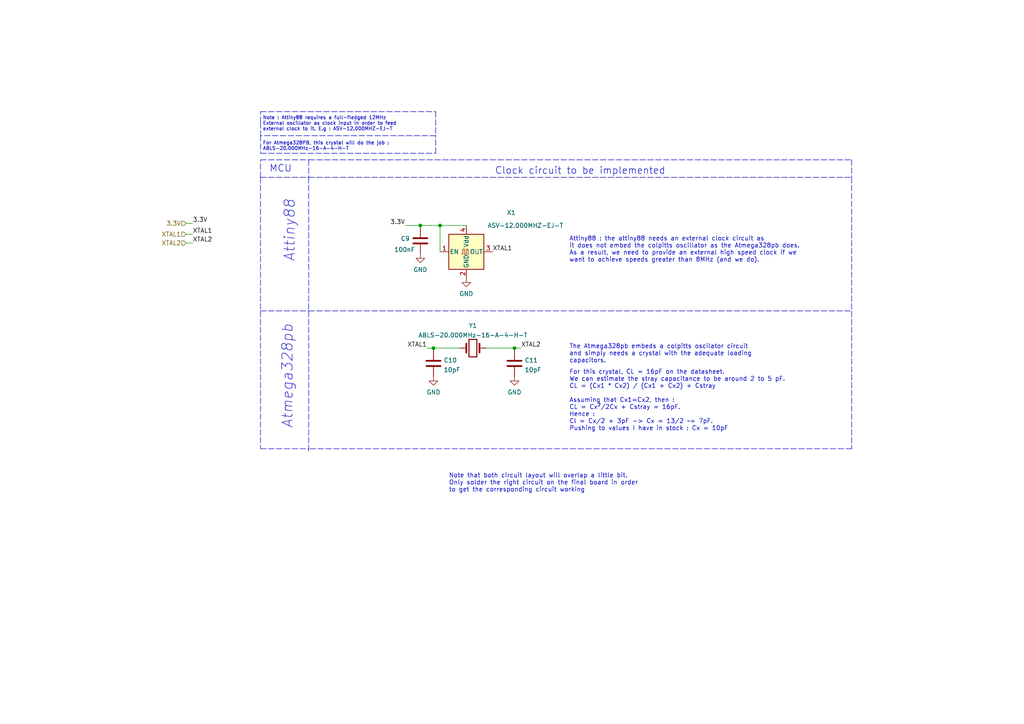
<source format=kicad_sch>
(kicad_sch (version 20211123) (generator eeschema)
  (paper "A4")
  (lib_symbols
    (symbol "Device:C" (pin_numbers hide) (pin_names (offset 0.254))
      (property "Reference" "C" (at 0.635 2.54 0))
      (property "Value" "C" (at 0.635 -2.54 0))
      (symbol "C_0_1"
        (polyline (pts (xy -2.032 -0.762) (xy 2.032 -0.762)) (stroke (width 0.508)))
        (polyline (pts (xy -2.032 0.762) (xy 2.032 0.762)) (stroke (width 0.508)))
      )
      (symbol "C_1_1"
        (pin passive line (at 0 3.81 270) (length 2.794) (name "~") (number "1"))
        (pin passive line (at 0 -3.81 90) (length 2.794) (name "~") (number "2"))
      )
    )
    (symbol "Device:Crystal" (pin_numbers hide) (pin_names (offset 1.016) hide)
      (property "Reference" "Y" (at 0 3.81 0))
      (property "Value" "Crystal" (at 0 -3.81 0))
      (symbol "Crystal_0_1"
        (rectangle (start -1.143 2.54) (end 1.143 -2.54) (stroke (width 0.3048)))
        (polyline (pts (xy -2.54 0) (xy -1.905 0)))
        (polyline (pts (xy -1.905 -1.27) (xy -1.905 1.27)) (stroke (width 0.508)))
        (polyline (pts (xy 1.905 -1.27) (xy 1.905 1.27)) (stroke (width 0.508)))
        (polyline (pts (xy 2.54 0) (xy 1.905 0)))
      )
      (symbol "Crystal_1_1"
        (pin passive line (at -3.81 0 0) (length 1.27) (name "1") (number "1"))
        (pin passive line (at 3.81 0 180) (length 1.27) (name "2") (number "2"))
      )
    )
    (symbol "Oscillator:ASV-xxxMHz" (pin_names (offset 0.254))
      (property "Reference" "X" (at -5.08 6.35 0))
      (property "Value" "ASV-xxxMHz" (at 1.27 -6.35 0))
      (symbol "ASV-xxxMHz_0_1"
        (rectangle (start -5.08 5.08) (end 5.08 -5.08) (stroke (width 0.254)) (fill (type background)))
        (polyline (pts (xy -1.27 -0.762) (xy -1.016 -0.762) (xy -1.016 0.762) (xy -0.508 0.762) (xy -0.508 -0.762) (xy 0 -0.762) (xy 0 0.762) (xy 0.508 0.762) (xy 0.508 -0.762) (xy 0.762 -0.762)))
      )
      (symbol "ASV-xxxMHz_1_1"
        (pin input line (at -7.62 0 0) (length 2.54) (name "EN") (number "1"))
        (pin power_in line (at 0 -7.62 90) (length 2.54) (name "GND") (number "2"))
        (pin output line (at 7.62 0 180) (length 2.54) (name "OUT") (number "3"))
        (pin power_in line (at 0 7.62 270) (length 2.54) (name "Vdd") (number "4"))
      )
    )
    (symbol "power:GND" (power) (pin_names (offset 0))
      (property "Value" "GND" (at 0 -3.81 0))
      (symbol "GND_0_1"
        (polyline (pts (xy 0 0) (xy 0 -1.27) (xy 1.27 -1.27) (xy 0 -2.54) (xy -1.27 -1.27) (xy 0 -1.27)))
      )
      (symbol "GND_1_1"
        (pin power_in line (at 0 0 270) (length 0) hide (name "GND") (number "1"))
      )
    )
  )
  (junction (at 149.225 100.965))
  (junction (at 121.92 65.405))
  (junction (at 125.73 100.965))
  (junction (at 127.635 65.405))
  (wire (pts (xy 117.475 65.405) (xy 121.92 65.405)))
  (polyline (pts (xy 126.365 32.385) (xy 126.365 39.37)))
  (polyline (pts (xy 75.565 51.435) (xy 89.535 51.435)))
  (polyline (pts (xy 75.565 39.37) (xy 75.565 44.45)))
  (polyline (pts (xy 247.015 130.175) (xy 89.535 130.175)))
  (polyline (pts (xy 126.365 44.45) (xy 126.365 39.37)))
  (polyline (pts (xy 75.565 35.56) (xy 75.565 32.385)))
  (wire (pts (xy 149.225 100.965) (xy 149.225 101.6)))
  (wire (pts (xy 127.635 65.405) (xy 135.255 65.405)))
  (wire (pts (xy 53.975 70.485) (xy 55.88 70.485)))
  (wire (pts (xy 53.975 64.77) (xy 55.88 64.77)))
  (polyline (pts (xy 247.015 51.435) (xy 247.015 130.175)))
  (polyline (pts (xy 89.535 51.435) (xy 89.535 130.175)))
  (polyline (pts (xy 89.535 90.17) (xy 247.015 90.17)))
  (polyline (pts (xy 75.565 51.435) (xy 75.565 130.175)))
  (polyline (pts (xy 75.565 130.175) (xy 89.535 130.175)))
  (wire (pts (xy 127.635 65.405) (xy 121.92 65.405)))
  (wire (pts (xy 140.97 100.965) (xy 149.225 100.965)))
  (wire (pts (xy 123.825 100.965) (xy 125.73 100.965)))
  (polyline (pts (xy 89.535 130.175) (xy 89.535 130.81)))
  (polyline (pts (xy 75.565 35.56) (xy 75.565 39.37)))
  (wire (pts (xy 121.92 65.405) (xy 121.92 66.04)))
  (wire (pts (xy 149.225 100.965) (xy 151.13 100.965)))
  (polyline (pts (xy 89.535 46.355) (xy 247.015 46.355)))
  (polyline (pts (xy 75.565 90.17) (xy 89.535 90.17)))
  (polyline (pts (xy 75.565 51.435) (xy 75.565 46.355)))
  (polyline (pts (xy 247.015 46.355) (xy 247.015 51.435)))
  (wire (pts (xy 125.73 101.6) (xy 125.73 100.965)))
  (polyline (pts (xy 89.535 51.435) (xy 247.015 51.435)))
  (polyline (pts (xy 75.565 32.385) (xy 126.365 32.385)))
  (polyline (pts (xy 75.565 44.45) (xy 126.365 44.45)))
  (wire (pts (xy 127.635 73.025) (xy 127.635 65.405)))
  (wire (pts (xy 53.975 67.945) (xy 55.88 67.945)))
  (wire (pts (xy 125.73 100.965) (xy 133.35 100.965)))
  (polyline (pts (xy 89.535 46.355) (xy 89.535 51.435)))
  (polyline (pts (xy 75.565 46.355) (xy 89.535 46.355)))
  (polyline (pts (xy 126.365 39.37) (xy 75.565 39.37)))
  (text "Attiny88" (at 85.725 57.785 270) (effects (font (size 3 3) italic) (justify right bottom)))
  (text "Note that both circuit layout will overlap a little bit.\nOnly solder the right circuit on the final board in order\nto get the corresponding circuit working" (at 130.175 142.875 0) (effects (font (size 1.27 1.27)) (justify left bottom)))
  (text "For Atmega328PB, this crystal will do the job :\nABLS-20.000MHz-16-A-4-H-T" (at 76.2 43.815 0) (effects (font (size 1 1)) (justify left bottom)))
  (text "Attiny88 : the attiny88 needs an external clock circuit as \nit does not embed the colpitts oscillator as the Atmega328pb does.\nAs a result, we need to provide an external high speed clock if we \nwant to achieve speeds greater than 8MHz (and we do)." (at 165.1 76.2 0) (effects (font (size 1.27 1.27)) (justify left bottom)))
  (text "MCU" (at 78.105 50.165 0) (effects (font (size 2 2)) (justify left bottom)))
  (text "Clock circuit to be implemented" (at 143.51 50.8 0) (effects (font (size 2 2)) (justify left bottom)))
  (text "Note : Attiny88 requires a full-fledged 12MHz\nExternal oscillator as clock input in order to feed\nexternal clock to it. E.g : ASV-12.000MHZ-EJ-T" (at 76.2 38.1 0) (effects (font (size 1 1)) (justify left bottom)))
  (text "The Atmega328pb embeds a colpitts oscilator circuit\nand simply needs a crystal with the adequate loading \ncapacitors." (at 165.1 105.41 0) (effects (font (size 1.27 1.27)) (justify left bottom)))
  (text "For this crystal, CL = 16pF on the datasheet.\nWe can estimate the stray capacitance to be around 2 to 5 pF.\nCL = (Cx1 * Cx2) / (Cx1 + Cx2) + Cstray\n\nAssuming that Cx1=Cx2, then : \nCL = Cx²/2Cx + Cstray = 16pF.\nHence :\nCl = Cx/2 + 3pF -> Cx = 13/2 ~= 7pF.\nPushing to values I have in stock : Cx = 10pF" (at 165.1 125.095 0) (effects (font (size 1.27 1.27)) (justify left bottom)))
  (text "Atmega328pb" (at 85.09 93.98 270) (effects (font (size 3 3) italic) (justify right bottom)))
  (label "XTAL2" (at 55.88 70.485 0))
  (label "XTAL1" (at 55.88 67.945 0))
  (label "XTAL1" (at 123.825 100.965 180))
  (label "XTAL1" (at 142.875 73.025 0))
  (label "3.3V" (at 55.88 64.77 0))
  (label "XTAL2" (at 151.13 100.965 0))
  (label "3.3V" (at 117.475 65.405 180))
  (hierarchical_label "XTAL2" (shape input) (at 53.975 70.485 180))
  (hierarchical_label "3.3V" (shape input) (at 53.975 64.77 180))
  (hierarchical_label "XTAL1" (shape input) (at 53.975 67.945 180))
  (symbol (lib_id "Device:C") (at 121.92 69.85 0) (unit 1)
    (property "Reference" "C9" (at 116.205 69.215 0) (effects (justify left)))
    (property "Value" "100nF" (at 114.3 72.39 0) (effects (justify left)))
    (property "Footprint" "Capacitor_SMD:C_1206_3216Metric" (effects hide))
  )
  (symbol (lib_id "Device:C") (at 125.73 105.41 0) (unit 1)
    (property "Reference" "C10" (at 128.651 104.5015 0) (effects (justify left)))
    (property "Value" "10pF" (at 128.651 107.2766 0) (effects (justify left)))
    (property "Footprint" "Capacitor_SMD:C_1206_3216Metric" (effects hide))
  )
  (symbol (lib_id "Device:Crystal") (at 137.16 100.965 0) (unit 1)
    (property "Reference" "Y1" (at 137.16 94.4331 0))
    (property "Value" "ABLS-20.000MHz-16-A-4-H-T" (at 137.16 97.2082 0))
    (property "Footprint" "BTS-LogicBoard:Crystal_SMD_TH_Combo_HC49-SD" (effects hide))
  )
  (symbol (lib_id "power:GND") (at 121.92 73.66 0) (unit 1)
    (property "Reference" "#PWR0116" (effects hide))
    (property "Value" "GND" (at 121.92 78.2225 0))
  )
  (symbol (lib_id "power:GND") (at 149.225 109.22 0) (unit 1)
    (property "Reference" "#PWR0119" (effects hide))
    (property "Value" "GND" (at 149.225 113.7825 0))
  )
  (symbol (lib_id "power:GND") (at 125.73 109.22 0) (unit 1)
    (property "Reference" "#PWR0118" (effects hide))
    (property "Value" "GND" (at 125.73 113.7825 0))
  )
  (symbol (lib_id "Oscillator:ASV-xxxMHz") (at 135.255 73.025 0) (unit 1)
    (property "Reference" "X1" (at 148.2823 61.6798 0))
    (property "Value" "ASV-12.000MHZ-EJ-T" (at 152.4 65.405 0))
    (property "Footprint" "Oscillator:Oscillator_SMD_Abracon_ASV-4Pin_7.0x5.1mm" (effects hide))
    (property "Datasheet" "http://www.abracon.com/Oscillators/ASV.pdf" (effects hide))
  )
  (symbol (lib_id "power:GND") (at 135.255 80.645 0) (unit 1)
    (property "Reference" "#PWR0117" (effects hide))
    (property "Value" "GND" (at 135.255 85.2075 0))
  )
  (symbol (lib_id "Device:C") (at 149.225 105.41 0) (unit 1)
    (property "Reference" "C11" (at 152.146 104.5015 0) (effects (justify left)))
    (property "Value" "10pF" (at 152.146 107.2766 0) (effects (justify left)))
    (property "Footprint" "Capacitor_SMD:C_1206_3216Metric" (effects hide))
  )
)
</source>
